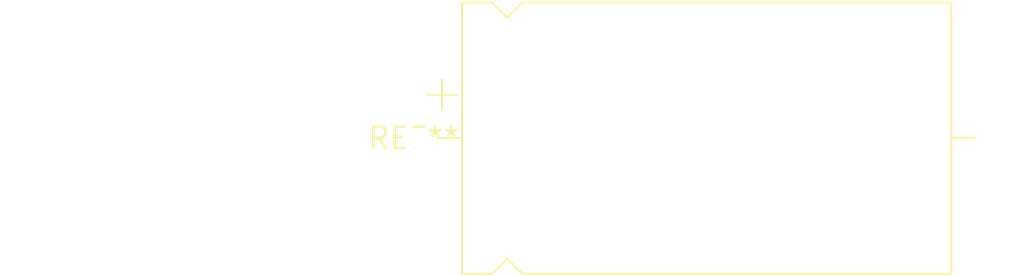
<source format=kicad_pcb>
(kicad_pcb (version 20240108) (generator pcbnew)
  (layers (0 "F.Cu" signal) (31 "B.Cu" signal) (34 "B.Paste" user) (35 "F.Paste" user) (36 "B.SilkS" user "B.Silkscreen") (37 "F.SilkS" user "F.Silkscreen") (38 "B.Mask" user) (39 "F.Mask" user) (44 "Edge.Cuts" user))
  (net 0 "")
  (footprint "CP_Axial_L29.0mm_D16.0mm_P35.00mm_Horizontal" (layer "F.Cu") (at 0 0)
    (property "Reference" "REF**")
    (property "Value" "CP_Axial_L29.0mm_D16.0mm_P35.00mm_Horizontal")
    (fp_line (start 0.78 -2.6) (end 2.58 -2.6) (layer "F.SilkS") (stroke (width 0.12)))
    (fp_line (start 1.44 0) (end 2.88 0) (layer "F.SilkS") (stroke (width 0.12)))
    (fp_line (start 1.68 -3.5) (end 1.68 -1.7) (layer "F.SilkS") (stroke (width 0.12)))
    (fp_line (start 2.88 -8.12) (end 2.88 8.12) (layer "F.SilkS") (stroke (width 0.12)))
    (fp_line (start 2.88 -8.12) (end 4.68 -8.12) (layer "F.SilkS") (stroke (width 0.12)))
    (fp_line (start 2.88 8.12) (end 4.68 8.12) (layer "F.SilkS") (stroke (width 0.12)))
    (fp_line (start 4.68 -8.12) (end 5.58 -7.22) (layer "F.SilkS") (stroke (width 0.12)))
    (fp_line (start 4.68 8.12) (end 5.58 7.22) (layer "F.SilkS") (stroke (width 0.12)))
    (fp_line (start 5.58 -7.22) (end 6.48 -8.12) (layer "F.SilkS") (stroke (width 0.12)))
    (fp_line (start 5.58 7.22) (end 6.48 8.12) (layer "F.SilkS") (stroke (width 0.12)))
    (fp_line (start 6.48 -8.12) (end 32.12 -8.12) (layer "F.SilkS") (stroke (width 0.12)))
    (fp_line (start 6.48 8.12) (end 32.12 8.12) (layer "F.SilkS") (stroke (width 0.12)))
    (fp_line (start 32.12 -8.12) (end 32.12 8.12) (layer "F.SilkS") (stroke (width 0.12)))
    (fp_line (start 33.56 0) (end 32.12 0) (layer "F.SilkS") (stroke (width 0.12)))
    (pad "1" thru_hole rect (at 0 0) (size 2.4 2.4) (drill 1.2) (layers *.Cu *.Mask) (remove_unused_layers))
    (pad "2" thru_hole oval (at 35 0) (size 2.4 2.4) (drill 1.2) (layers *.Cu *.Mask) (remove_unused_layers))
  )
)
</source>
